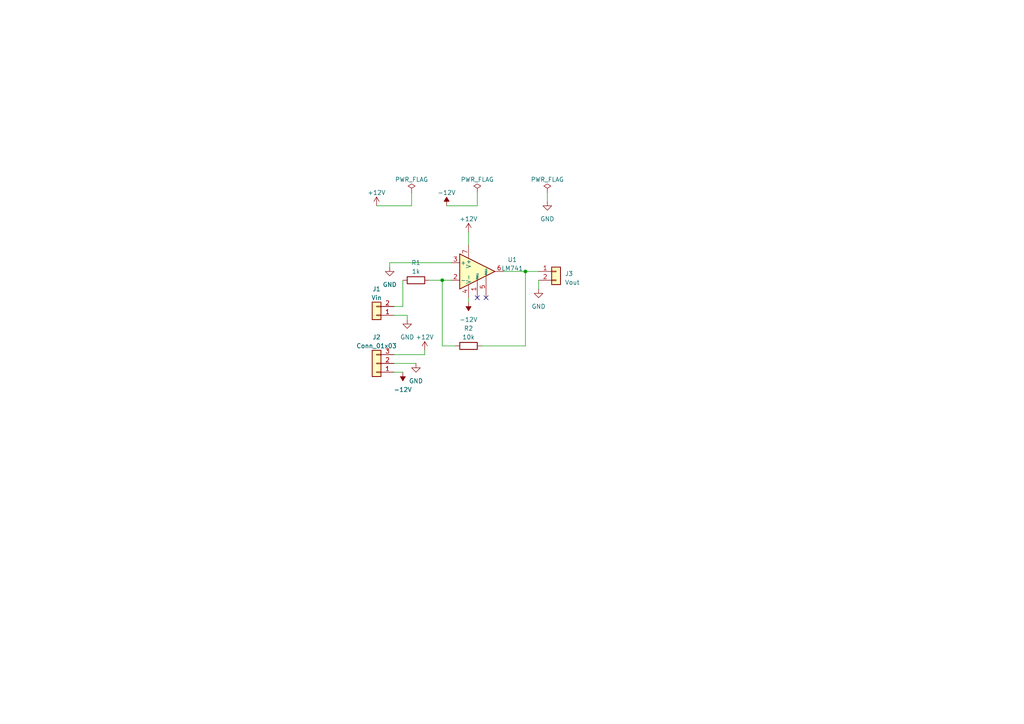
<source format=kicad_sch>
(kicad_sch (version 20230121) (generator eeschema)

  (uuid 9e987369-2f27-4786-b53d-621c4d10026d)

  (paper "A4")

  (title_block
    (title "Inverting Op-Amp, Natasha Gonsalves, 220907824")
  )

  (lib_symbols
    (symbol "Amplifier_Operational:LM741" (pin_names (offset 0.127)) (in_bom yes) (on_board yes)
      (property "Reference" "U" (at 0 6.35 0)
        (effects (font (size 1.27 1.27)) (justify left))
      )
      (property "Value" "LM741" (at 0 3.81 0)
        (effects (font (size 1.27 1.27)) (justify left))
      )
      (property "Footprint" "" (at 1.27 1.27 0)
        (effects (font (size 1.27 1.27)) hide)
      )
      (property "Datasheet" "http://www.ti.com/lit/ds/symlink/lm741.pdf" (at 3.81 3.81 0)
        (effects (font (size 1.27 1.27)) hide)
      )
      (property "ki_keywords" "single opamp" (at 0 0 0)
        (effects (font (size 1.27 1.27)) hide)
      )
      (property "ki_description" "Operational Amplifier, DIP-8/TO-99-8" (at 0 0 0)
        (effects (font (size 1.27 1.27)) hide)
      )
      (property "ki_fp_filters" "SOIC*3.9x4.9mm*P1.27mm* DIP*W7.62mm* TSSOP*3x3mm*P0.65mm*" (at 0 0 0)
        (effects (font (size 1.27 1.27)) hide)
      )
      (symbol "LM741_0_1"
        (polyline
          (pts
            (xy -5.08 5.08)
            (xy 5.08 0)
            (xy -5.08 -5.08)
            (xy -5.08 5.08)
          )
          (stroke (width 0.254) (type default))
          (fill (type background))
        )
      )
      (symbol "LM741_1_1"
        (pin input line (at 0 -7.62 90) (length 5.08)
          (name "NULL" (effects (font (size 0.508 0.508))))
          (number "1" (effects (font (size 1.27 1.27))))
        )
        (pin input line (at -7.62 -2.54 0) (length 2.54)
          (name "-" (effects (font (size 1.27 1.27))))
          (number "2" (effects (font (size 1.27 1.27))))
        )
        (pin input line (at -7.62 2.54 0) (length 2.54)
          (name "+" (effects (font (size 1.27 1.27))))
          (number "3" (effects (font (size 1.27 1.27))))
        )
        (pin power_in line (at -2.54 -7.62 90) (length 3.81)
          (name "V-" (effects (font (size 1.27 1.27))))
          (number "4" (effects (font (size 1.27 1.27))))
        )
        (pin input line (at 2.54 -7.62 90) (length 6.35)
          (name "NULL" (effects (font (size 0.508 0.508))))
          (number "5" (effects (font (size 1.27 1.27))))
        )
        (pin output line (at 7.62 0 180) (length 2.54)
          (name "~" (effects (font (size 1.27 1.27))))
          (number "6" (effects (font (size 1.27 1.27))))
        )
        (pin power_in line (at -2.54 7.62 270) (length 3.81)
          (name "V+" (effects (font (size 1.27 1.27))))
          (number "7" (effects (font (size 1.27 1.27))))
        )
        (pin no_connect line (at 0 2.54 270) (length 2.54) hide
          (name "NC" (effects (font (size 1.27 1.27))))
          (number "8" (effects (font (size 1.27 1.27))))
        )
      )
    )
    (symbol "Connector_Generic:Conn_01x02" (pin_names (offset 1.016) hide) (in_bom yes) (on_board yes)
      (property "Reference" "J" (at 0 2.54 0)
        (effects (font (size 1.27 1.27)))
      )
      (property "Value" "Conn_01x02" (at 0 -5.08 0)
        (effects (font (size 1.27 1.27)))
      )
      (property "Footprint" "" (at 0 0 0)
        (effects (font (size 1.27 1.27)) hide)
      )
      (property "Datasheet" "~" (at 0 0 0)
        (effects (font (size 1.27 1.27)) hide)
      )
      (property "ki_keywords" "connector" (at 0 0 0)
        (effects (font (size 1.27 1.27)) hide)
      )
      (property "ki_description" "Generic connector, single row, 01x02, script generated (kicad-library-utils/schlib/autogen/connector/)" (at 0 0 0)
        (effects (font (size 1.27 1.27)) hide)
      )
      (property "ki_fp_filters" "Connector*:*_1x??_*" (at 0 0 0)
        (effects (font (size 1.27 1.27)) hide)
      )
      (symbol "Conn_01x02_1_1"
        (rectangle (start -1.27 -2.413) (end 0 -2.667)
          (stroke (width 0.1524) (type default))
          (fill (type none))
        )
        (rectangle (start -1.27 0.127) (end 0 -0.127)
          (stroke (width 0.1524) (type default))
          (fill (type none))
        )
        (rectangle (start -1.27 1.27) (end 1.27 -3.81)
          (stroke (width 0.254) (type default))
          (fill (type background))
        )
        (pin passive line (at -5.08 0 0) (length 3.81)
          (name "Pin_1" (effects (font (size 1.27 1.27))))
          (number "1" (effects (font (size 1.27 1.27))))
        )
        (pin passive line (at -5.08 -2.54 0) (length 3.81)
          (name "Pin_2" (effects (font (size 1.27 1.27))))
          (number "2" (effects (font (size 1.27 1.27))))
        )
      )
    )
    (symbol "Connector_Generic:Conn_01x03" (pin_names (offset 1.016) hide) (in_bom yes) (on_board yes)
      (property "Reference" "J" (at 0 5.08 0)
        (effects (font (size 1.27 1.27)))
      )
      (property "Value" "Conn_01x03" (at 0 -5.08 0)
        (effects (font (size 1.27 1.27)))
      )
      (property "Footprint" "" (at 0 0 0)
        (effects (font (size 1.27 1.27)) hide)
      )
      (property "Datasheet" "~" (at 0 0 0)
        (effects (font (size 1.27 1.27)) hide)
      )
      (property "ki_keywords" "connector" (at 0 0 0)
        (effects (font (size 1.27 1.27)) hide)
      )
      (property "ki_description" "Generic connector, single row, 01x03, script generated (kicad-library-utils/schlib/autogen/connector/)" (at 0 0 0)
        (effects (font (size 1.27 1.27)) hide)
      )
      (property "ki_fp_filters" "Connector*:*_1x??_*" (at 0 0 0)
        (effects (font (size 1.27 1.27)) hide)
      )
      (symbol "Conn_01x03_1_1"
        (rectangle (start -1.27 -2.413) (end 0 -2.667)
          (stroke (width 0.1524) (type default))
          (fill (type none))
        )
        (rectangle (start -1.27 0.127) (end 0 -0.127)
          (stroke (width 0.1524) (type default))
          (fill (type none))
        )
        (rectangle (start -1.27 2.667) (end 0 2.413)
          (stroke (width 0.1524) (type default))
          (fill (type none))
        )
        (rectangle (start -1.27 3.81) (end 1.27 -3.81)
          (stroke (width 0.254) (type default))
          (fill (type background))
        )
        (pin passive line (at -5.08 2.54 0) (length 3.81)
          (name "Pin_1" (effects (font (size 1.27 1.27))))
          (number "1" (effects (font (size 1.27 1.27))))
        )
        (pin passive line (at -5.08 0 0) (length 3.81)
          (name "Pin_2" (effects (font (size 1.27 1.27))))
          (number "2" (effects (font (size 1.27 1.27))))
        )
        (pin passive line (at -5.08 -2.54 0) (length 3.81)
          (name "Pin_3" (effects (font (size 1.27 1.27))))
          (number "3" (effects (font (size 1.27 1.27))))
        )
      )
    )
    (symbol "Device:R" (pin_numbers hide) (pin_names (offset 0)) (in_bom yes) (on_board yes)
      (property "Reference" "R" (at 2.032 0 90)
        (effects (font (size 1.27 1.27)))
      )
      (property "Value" "R" (at 0 0 90)
        (effects (font (size 1.27 1.27)))
      )
      (property "Footprint" "" (at -1.778 0 90)
        (effects (font (size 1.27 1.27)) hide)
      )
      (property "Datasheet" "~" (at 0 0 0)
        (effects (font (size 1.27 1.27)) hide)
      )
      (property "ki_keywords" "R res resistor" (at 0 0 0)
        (effects (font (size 1.27 1.27)) hide)
      )
      (property "ki_description" "Resistor" (at 0 0 0)
        (effects (font (size 1.27 1.27)) hide)
      )
      (property "ki_fp_filters" "R_*" (at 0 0 0)
        (effects (font (size 1.27 1.27)) hide)
      )
      (symbol "R_0_1"
        (rectangle (start -1.016 -2.54) (end 1.016 2.54)
          (stroke (width 0.254) (type default))
          (fill (type none))
        )
      )
      (symbol "R_1_1"
        (pin passive line (at 0 3.81 270) (length 1.27)
          (name "~" (effects (font (size 1.27 1.27))))
          (number "1" (effects (font (size 1.27 1.27))))
        )
        (pin passive line (at 0 -3.81 90) (length 1.27)
          (name "~" (effects (font (size 1.27 1.27))))
          (number "2" (effects (font (size 1.27 1.27))))
        )
      )
    )
    (symbol "power:+12V" (power) (pin_names (offset 0)) (in_bom yes) (on_board yes)
      (property "Reference" "#PWR" (at 0 -3.81 0)
        (effects (font (size 1.27 1.27)) hide)
      )
      (property "Value" "+12V" (at 0 3.556 0)
        (effects (font (size 1.27 1.27)))
      )
      (property "Footprint" "" (at 0 0 0)
        (effects (font (size 1.27 1.27)) hide)
      )
      (property "Datasheet" "" (at 0 0 0)
        (effects (font (size 1.27 1.27)) hide)
      )
      (property "ki_keywords" "global power" (at 0 0 0)
        (effects (font (size 1.27 1.27)) hide)
      )
      (property "ki_description" "Power symbol creates a global label with name \"+12V\"" (at 0 0 0)
        (effects (font (size 1.27 1.27)) hide)
      )
      (symbol "+12V_0_1"
        (polyline
          (pts
            (xy -0.762 1.27)
            (xy 0 2.54)
          )
          (stroke (width 0) (type default))
          (fill (type none))
        )
        (polyline
          (pts
            (xy 0 0)
            (xy 0 2.54)
          )
          (stroke (width 0) (type default))
          (fill (type none))
        )
        (polyline
          (pts
            (xy 0 2.54)
            (xy 0.762 1.27)
          )
          (stroke (width 0) (type default))
          (fill (type none))
        )
      )
      (symbol "+12V_1_1"
        (pin power_in line (at 0 0 90) (length 0) hide
          (name "+12V" (effects (font (size 1.27 1.27))))
          (number "1" (effects (font (size 1.27 1.27))))
        )
      )
    )
    (symbol "power:-12V" (power) (pin_names (offset 0)) (in_bom yes) (on_board yes)
      (property "Reference" "#PWR" (at 0 2.54 0)
        (effects (font (size 1.27 1.27)) hide)
      )
      (property "Value" "-12V" (at 0 3.81 0)
        (effects (font (size 1.27 1.27)))
      )
      (property "Footprint" "" (at 0 0 0)
        (effects (font (size 1.27 1.27)) hide)
      )
      (property "Datasheet" "" (at 0 0 0)
        (effects (font (size 1.27 1.27)) hide)
      )
      (property "ki_keywords" "global power" (at 0 0 0)
        (effects (font (size 1.27 1.27)) hide)
      )
      (property "ki_description" "Power symbol creates a global label with name \"-12V\"" (at 0 0 0)
        (effects (font (size 1.27 1.27)) hide)
      )
      (symbol "-12V_0_0"
        (pin power_in line (at 0 0 90) (length 0) hide
          (name "-12V" (effects (font (size 1.27 1.27))))
          (number "1" (effects (font (size 1.27 1.27))))
        )
      )
      (symbol "-12V_0_1"
        (polyline
          (pts
            (xy 0 0)
            (xy 0 1.27)
            (xy 0.762 1.27)
            (xy 0 2.54)
            (xy -0.762 1.27)
            (xy 0 1.27)
          )
          (stroke (width 0) (type default))
          (fill (type outline))
        )
      )
    )
    (symbol "power:GND" (power) (pin_names (offset 0)) (in_bom yes) (on_board yes)
      (property "Reference" "#PWR" (at 0 -6.35 0)
        (effects (font (size 1.27 1.27)) hide)
      )
      (property "Value" "GND" (at 0 -3.81 0)
        (effects (font (size 1.27 1.27)))
      )
      (property "Footprint" "" (at 0 0 0)
        (effects (font (size 1.27 1.27)) hide)
      )
      (property "Datasheet" "" (at 0 0 0)
        (effects (font (size 1.27 1.27)) hide)
      )
      (property "ki_keywords" "global power" (at 0 0 0)
        (effects (font (size 1.27 1.27)) hide)
      )
      (property "ki_description" "Power symbol creates a global label with name \"GND\" , ground" (at 0 0 0)
        (effects (font (size 1.27 1.27)) hide)
      )
      (symbol "GND_0_1"
        (polyline
          (pts
            (xy 0 0)
            (xy 0 -1.27)
            (xy 1.27 -1.27)
            (xy 0 -2.54)
            (xy -1.27 -1.27)
            (xy 0 -1.27)
          )
          (stroke (width 0) (type default))
          (fill (type none))
        )
      )
      (symbol "GND_1_1"
        (pin power_in line (at 0 0 270) (length 0) hide
          (name "GND" (effects (font (size 1.27 1.27))))
          (number "1" (effects (font (size 1.27 1.27))))
        )
      )
    )
    (symbol "power:PWR_FLAG" (power) (pin_numbers hide) (pin_names (offset 0) hide) (in_bom yes) (on_board yes)
      (property "Reference" "#FLG" (at 0 1.905 0)
        (effects (font (size 1.27 1.27)) hide)
      )
      (property "Value" "PWR_FLAG" (at 0 3.81 0)
        (effects (font (size 1.27 1.27)))
      )
      (property "Footprint" "" (at 0 0 0)
        (effects (font (size 1.27 1.27)) hide)
      )
      (property "Datasheet" "~" (at 0 0 0)
        (effects (font (size 1.27 1.27)) hide)
      )
      (property "ki_keywords" "flag power" (at 0 0 0)
        (effects (font (size 1.27 1.27)) hide)
      )
      (property "ki_description" "Special symbol for telling ERC where power comes from" (at 0 0 0)
        (effects (font (size 1.27 1.27)) hide)
      )
      (symbol "PWR_FLAG_0_0"
        (pin power_out line (at 0 0 90) (length 0)
          (name "pwr" (effects (font (size 1.27 1.27))))
          (number "1" (effects (font (size 1.27 1.27))))
        )
      )
      (symbol "PWR_FLAG_0_1"
        (polyline
          (pts
            (xy 0 0)
            (xy 0 1.27)
            (xy -1.016 1.905)
            (xy 0 2.54)
            (xy 1.016 1.905)
            (xy 0 1.27)
          )
          (stroke (width 0) (type default))
          (fill (type none))
        )
      )
    )
  )


  (junction (at 128.27 81.28) (diameter 0) (color 0 0 0 0)
    (uuid 55dc2511-0e99-48fa-a3fe-40d62496eb72)
  )
  (junction (at 152.4 78.74) (diameter 0) (color 0 0 0 0)
    (uuid 8ec90b4d-1ee9-406d-97a9-68a73d397819)
  )

  (no_connect (at 138.43 86.36) (uuid 96aabef7-2af2-4b0a-ace6-73c0458fbb8f))
  (no_connect (at 140.97 86.36) (uuid d758f6d1-8d9c-43e4-b3c5-73d31a72a766))

  (wire (pts (xy 114.3 102.87) (xy 123.19 102.87))
    (stroke (width 0) (type default))
    (uuid 1a93fad9-713b-43e6-b0dd-604430d42fca)
  )
  (wire (pts (xy 124.46 81.28) (xy 128.27 81.28))
    (stroke (width 0) (type default))
    (uuid 2f9f94c3-b035-433b-8719-dbec54bd02a9)
  )
  (wire (pts (xy 152.4 78.74) (xy 156.21 78.74))
    (stroke (width 0) (type default))
    (uuid 3478f2ea-1de9-4d7d-899e-6467292030ee)
  )
  (wire (pts (xy 139.7 100.33) (xy 152.4 100.33))
    (stroke (width 0) (type default))
    (uuid 3b99f402-6675-4ceb-bd31-91ce6fb30034)
  )
  (wire (pts (xy 132.08 100.33) (xy 128.27 100.33))
    (stroke (width 0) (type default))
    (uuid 413ed6e3-6167-475b-91c5-e35da514a4a1)
  )
  (wire (pts (xy 128.27 81.28) (xy 130.81 81.28))
    (stroke (width 0) (type default))
    (uuid 4ee210da-2ca4-4c02-895d-598f718c5d1e)
  )
  (wire (pts (xy 113.03 76.2) (xy 113.03 77.47))
    (stroke (width 0) (type default))
    (uuid 56322527-70b5-47a3-beca-584f95eda6ef)
  )
  (wire (pts (xy 129.54 59.69) (xy 138.43 59.69))
    (stroke (width 0) (type default))
    (uuid 649d84d5-68bc-41d6-8275-6b3baf4bd722)
  )
  (wire (pts (xy 158.75 55.88) (xy 158.75 58.42))
    (stroke (width 0) (type default))
    (uuid 8078d148-1bfa-49e8-a516-1005acb4d854)
  )
  (wire (pts (xy 114.3 88.9) (xy 116.84 88.9))
    (stroke (width 0) (type default))
    (uuid 80dd0037-ed2d-4ee5-9cf6-ad6a7ca56dda)
  )
  (wire (pts (xy 152.4 78.74) (xy 152.4 100.33))
    (stroke (width 0) (type default))
    (uuid 8750a006-4289-46d2-a704-199afdf570d8)
  )
  (wire (pts (xy 119.38 55.88) (xy 119.38 59.69))
    (stroke (width 0) (type default))
    (uuid 89a49705-cd0c-4e09-8076-353cb7466edd)
  )
  (wire (pts (xy 128.27 100.33) (xy 128.27 81.28))
    (stroke (width 0) (type default))
    (uuid 9006ad63-66f7-4ed4-9582-a852e870ff91)
  )
  (wire (pts (xy 138.43 55.88) (xy 138.43 59.69))
    (stroke (width 0) (type default))
    (uuid 92a80680-c553-4b25-a286-87af14c6811d)
  )
  (wire (pts (xy 135.89 86.36) (xy 135.89 87.63))
    (stroke (width 0) (type default))
    (uuid 9ae2a2ba-5de9-4ee4-b8e8-d21029fdee19)
  )
  (wire (pts (xy 156.21 81.28) (xy 156.21 83.82))
    (stroke (width 0) (type default))
    (uuid a3e92932-f04c-4439-9398-eb5e0831ef2d)
  )
  (wire (pts (xy 118.11 91.44) (xy 118.11 92.71))
    (stroke (width 0) (type default))
    (uuid af8c5ca6-773d-4f31-9037-678e88c6a226)
  )
  (wire (pts (xy 123.19 101.6) (xy 123.19 102.87))
    (stroke (width 0) (type default))
    (uuid c5ed6d8c-1797-41dd-899e-ac9ea123b182)
  )
  (wire (pts (xy 146.05 78.74) (xy 152.4 78.74))
    (stroke (width 0) (type default))
    (uuid c6c80ead-177b-4bb0-b8ab-eafd5f6045aa)
  )
  (wire (pts (xy 114.3 107.95) (xy 116.84 107.95))
    (stroke (width 0) (type default))
    (uuid c777a148-7162-4bb3-8846-8b26ec8d942e)
  )
  (wire (pts (xy 130.81 76.2) (xy 113.03 76.2))
    (stroke (width 0) (type default))
    (uuid dce18822-4708-4ca3-854e-5c74662bfdd9)
  )
  (wire (pts (xy 116.84 81.28) (xy 116.84 88.9))
    (stroke (width 0) (type default))
    (uuid dee61150-877d-4007-ac3d-19618e4730ef)
  )
  (wire (pts (xy 114.3 105.41) (xy 120.65 105.41))
    (stroke (width 0) (type default))
    (uuid eaa2422a-056a-4117-a82d-57742da241cb)
  )
  (wire (pts (xy 109.22 59.69) (xy 119.38 59.69))
    (stroke (width 0) (type default))
    (uuid f3054702-f50d-423c-a944-92995f62b5a0)
  )
  (wire (pts (xy 135.89 67.31) (xy 135.89 71.12))
    (stroke (width 0) (type default))
    (uuid fa3d0d38-cb14-491a-a348-f2dfbad8f783)
  )
  (wire (pts (xy 114.3 91.44) (xy 118.11 91.44))
    (stroke (width 0) (type default))
    (uuid ff5a4d34-40fb-48c5-a740-59a6001f0d29)
  )

  (symbol (lib_id "power:GND") (at 156.21 83.82 0) (unit 1)
    (in_bom yes) (on_board yes) (dnp no) (fields_autoplaced)
    (uuid 00d76f01-3920-4ad7-b35c-1ab55794ec7c)
    (property "Reference" "#PWR010" (at 156.21 90.17 0)
      (effects (font (size 1.27 1.27)) hide)
    )
    (property "Value" "GND" (at 156.21 88.9 0)
      (effects (font (size 1.27 1.27)))
    )
    (property "Footprint" "" (at 156.21 83.82 0)
      (effects (font (size 1.27 1.27)) hide)
    )
    (property "Datasheet" "" (at 156.21 83.82 0)
      (effects (font (size 1.27 1.27)) hide)
    )
    (pin "1" (uuid d9285d08-f948-4c59-bdf3-5bfd359f7e7b))
    (instances
      (project "Inverting Opamp"
        (path "/9e987369-2f27-4786-b53d-621c4d10026d"
          (reference "#PWR010") (unit 1)
        )
      )
    )
  )

  (symbol (lib_id "power:GND") (at 113.03 77.47 0) (unit 1)
    (in_bom yes) (on_board yes) (dnp no) (fields_autoplaced)
    (uuid 0346b05c-82c9-4397-aa55-5667a9673cf9)
    (property "Reference" "#PWR02" (at 113.03 83.82 0)
      (effects (font (size 1.27 1.27)) hide)
    )
    (property "Value" "GND" (at 113.03 82.55 0)
      (effects (font (size 1.27 1.27)))
    )
    (property "Footprint" "" (at 113.03 77.47 0)
      (effects (font (size 1.27 1.27)) hide)
    )
    (property "Datasheet" "" (at 113.03 77.47 0)
      (effects (font (size 1.27 1.27)) hide)
    )
    (pin "1" (uuid 1c2ca966-421a-4dca-8532-349d1b95fba4))
    (instances
      (project "Inverting Opamp"
        (path "/9e987369-2f27-4786-b53d-621c4d10026d"
          (reference "#PWR02") (unit 1)
        )
      )
    )
  )

  (symbol (lib_id "power:-12V") (at 135.89 87.63 180) (unit 1)
    (in_bom yes) (on_board yes) (dnp no) (fields_autoplaced)
    (uuid 05e6a3f5-00e8-43c9-8542-b6b3f730b030)
    (property "Reference" "#PWR09" (at 135.89 90.17 0)
      (effects (font (size 1.27 1.27)) hide)
    )
    (property "Value" "-12V" (at 135.89 92.71 0)
      (effects (font (size 1.27 1.27)))
    )
    (property "Footprint" "" (at 135.89 87.63 0)
      (effects (font (size 1.27 1.27)) hide)
    )
    (property "Datasheet" "" (at 135.89 87.63 0)
      (effects (font (size 1.27 1.27)) hide)
    )
    (pin "1" (uuid 1665549d-bfe8-47e4-8a95-d16934eaa3da))
    (instances
      (project "Inverting Opamp"
        (path "/9e987369-2f27-4786-b53d-621c4d10026d"
          (reference "#PWR09") (unit 1)
        )
      )
    )
  )

  (symbol (lib_id "power:+12V") (at 109.22 59.69 0) (unit 1)
    (in_bom yes) (on_board yes) (dnp no) (fields_autoplaced)
    (uuid 0bbe4edf-0c53-4c7a-b08d-9fba8bb69370)
    (property "Reference" "#PWR01" (at 109.22 63.5 0)
      (effects (font (size 1.27 1.27)) hide)
    )
    (property "Value" "+12V" (at 109.22 55.88 0)
      (effects (font (size 1.27 1.27)))
    )
    (property "Footprint" "" (at 109.22 59.69 0)
      (effects (font (size 1.27 1.27)) hide)
    )
    (property "Datasheet" "" (at 109.22 59.69 0)
      (effects (font (size 1.27 1.27)) hide)
    )
    (pin "1" (uuid b3574489-e998-4c0c-94a4-c75c2d7d00c9))
    (instances
      (project "Inverting Opamp"
        (path "/9e987369-2f27-4786-b53d-621c4d10026d"
          (reference "#PWR01") (unit 1)
        )
      )
    )
  )

  (symbol (lib_id "Connector_Generic:Conn_01x03") (at 109.22 105.41 180) (unit 1)
    (in_bom yes) (on_board yes) (dnp no) (fields_autoplaced)
    (uuid 1bf2619f-858e-4b2e-891c-a66d6949d1f4)
    (property "Reference" "J2" (at 109.22 97.79 0)
      (effects (font (size 1.27 1.27)))
    )
    (property "Value" "Conn_01x03" (at 109.22 100.33 0)
      (effects (font (size 1.27 1.27)))
    )
    (property "Footprint" "Connector:Banana_Jack_3Pin" (at 109.22 105.41 0)
      (effects (font (size 1.27 1.27)) hide)
    )
    (property "Datasheet" "~" (at 109.22 105.41 0)
      (effects (font (size 1.27 1.27)) hide)
    )
    (pin "1" (uuid af91e7b8-7cfd-47c4-a7c4-56b95a2cde0c))
    (pin "2" (uuid 866c0452-70eb-420e-accc-c2fa45d2aea3))
    (pin "3" (uuid 0cb7ca09-a6cf-46d2-8e2b-43223fe9e4c6))
    (instances
      (project "Inverting Opamp"
        (path "/9e987369-2f27-4786-b53d-621c4d10026d"
          (reference "J2") (unit 1)
        )
      )
    )
  )

  (symbol (lib_id "power:-12V") (at 116.84 107.95 180) (unit 1)
    (in_bom yes) (on_board yes) (dnp no) (fields_autoplaced)
    (uuid 204bdcf6-97cc-4b4b-8480-2f37f3725943)
    (property "Reference" "#PWR03" (at 116.84 110.49 0)
      (effects (font (size 1.27 1.27)) hide)
    )
    (property "Value" "-12V" (at 116.84 113.03 0)
      (effects (font (size 1.27 1.27)))
    )
    (property "Footprint" "" (at 116.84 107.95 0)
      (effects (font (size 1.27 1.27)) hide)
    )
    (property "Datasheet" "" (at 116.84 107.95 0)
      (effects (font (size 1.27 1.27)) hide)
    )
    (pin "1" (uuid 696117c1-7e77-4d4a-8771-cb661580f734))
    (instances
      (project "Inverting Opamp"
        (path "/9e987369-2f27-4786-b53d-621c4d10026d"
          (reference "#PWR03") (unit 1)
        )
      )
    )
  )

  (symbol (lib_id "power:GND") (at 118.11 92.71 0) (unit 1)
    (in_bom yes) (on_board yes) (dnp no) (fields_autoplaced)
    (uuid 2954b31e-622d-49d4-9677-e6fcb61aa10a)
    (property "Reference" "#PWR04" (at 118.11 99.06 0)
      (effects (font (size 1.27 1.27)) hide)
    )
    (property "Value" "GND" (at 118.11 97.79 0)
      (effects (font (size 1.27 1.27)))
    )
    (property "Footprint" "" (at 118.11 92.71 0)
      (effects (font (size 1.27 1.27)) hide)
    )
    (property "Datasheet" "" (at 118.11 92.71 0)
      (effects (font (size 1.27 1.27)) hide)
    )
    (pin "1" (uuid 965fc40c-fff5-4574-8679-6727772378d4))
    (instances
      (project "Inverting Opamp"
        (path "/9e987369-2f27-4786-b53d-621c4d10026d"
          (reference "#PWR04") (unit 1)
        )
      )
    )
  )

  (symbol (lib_id "power:PWR_FLAG") (at 158.75 55.88 0) (unit 1)
    (in_bom yes) (on_board yes) (dnp no) (fields_autoplaced)
    (uuid 5f13ec50-5f66-4f69-a578-46a3154ce5cd)
    (property "Reference" "#FLG03" (at 158.75 53.975 0)
      (effects (font (size 1.27 1.27)) hide)
    )
    (property "Value" "PWR_FLAG" (at 158.75 52.07 0)
      (effects (font (size 1.27 1.27)))
    )
    (property "Footprint" "" (at 158.75 55.88 0)
      (effects (font (size 1.27 1.27)) hide)
    )
    (property "Datasheet" "~" (at 158.75 55.88 0)
      (effects (font (size 1.27 1.27)) hide)
    )
    (pin "1" (uuid 7661bd95-29f3-45b0-9542-4a9d39ee9049))
    (instances
      (project "Inverting Opamp"
        (path "/9e987369-2f27-4786-b53d-621c4d10026d"
          (reference "#FLG03") (unit 1)
        )
      )
    )
  )

  (symbol (lib_id "Connector_Generic:Conn_01x02") (at 161.29 78.74 0) (unit 1)
    (in_bom yes) (on_board yes) (dnp no) (fields_autoplaced)
    (uuid 752eb486-8ba6-49a2-bb08-e0626738c4f4)
    (property "Reference" "J3" (at 163.83 79.375 0)
      (effects (font (size 1.27 1.27)) (justify left))
    )
    (property "Value" "Vout" (at 163.83 81.915 0)
      (effects (font (size 1.27 1.27)) (justify left))
    )
    (property "Footprint" "Connector:Banana_Jack_2Pin" (at 161.29 78.74 0)
      (effects (font (size 1.27 1.27)) hide)
    )
    (property "Datasheet" "~" (at 161.29 78.74 0)
      (effects (font (size 1.27 1.27)) hide)
    )
    (pin "1" (uuid d229ea95-b366-4f41-a4de-325d5baa809f))
    (pin "2" (uuid 90e0827e-8633-426f-9ce3-de485f92d778))
    (instances
      (project "Inverting Opamp"
        (path "/9e987369-2f27-4786-b53d-621c4d10026d"
          (reference "J3") (unit 1)
        )
      )
    )
  )

  (symbol (lib_id "power:GND") (at 158.75 58.42 0) (unit 1)
    (in_bom yes) (on_board yes) (dnp no) (fields_autoplaced)
    (uuid 775e6183-1309-45ab-99ee-7db48ebfb152)
    (property "Reference" "#PWR011" (at 158.75 64.77 0)
      (effects (font (size 1.27 1.27)) hide)
    )
    (property "Value" "GND" (at 158.75 63.5 0)
      (effects (font (size 1.27 1.27)))
    )
    (property "Footprint" "" (at 158.75 58.42 0)
      (effects (font (size 1.27 1.27)) hide)
    )
    (property "Datasheet" "" (at 158.75 58.42 0)
      (effects (font (size 1.27 1.27)) hide)
    )
    (pin "1" (uuid 5133cfcc-808f-48bb-a951-3628ed6647bc))
    (instances
      (project "Inverting Opamp"
        (path "/9e987369-2f27-4786-b53d-621c4d10026d"
          (reference "#PWR011") (unit 1)
        )
      )
    )
  )

  (symbol (lib_id "power:+12V") (at 135.89 67.31 0) (unit 1)
    (in_bom yes) (on_board yes) (dnp no) (fields_autoplaced)
    (uuid 84b9950e-ac82-4730-8bb0-a8f1d2b6a3e2)
    (property "Reference" "#PWR08" (at 135.89 71.12 0)
      (effects (font (size 1.27 1.27)) hide)
    )
    (property "Value" "+12V" (at 135.89 63.5 0)
      (effects (font (size 1.27 1.27)))
    )
    (property "Footprint" "" (at 135.89 67.31 0)
      (effects (font (size 1.27 1.27)) hide)
    )
    (property "Datasheet" "" (at 135.89 67.31 0)
      (effects (font (size 1.27 1.27)) hide)
    )
    (pin "1" (uuid 4c6759b8-6397-42c2-bae1-1ce69fc4239d))
    (instances
      (project "Inverting Opamp"
        (path "/9e987369-2f27-4786-b53d-621c4d10026d"
          (reference "#PWR08") (unit 1)
        )
      )
    )
  )

  (symbol (lib_id "power:-12V") (at 129.54 59.69 0) (unit 1)
    (in_bom yes) (on_board yes) (dnp no) (fields_autoplaced)
    (uuid 8fde8c98-9b1f-4a2b-9a10-16775e6f2aab)
    (property "Reference" "#PWR07" (at 129.54 57.15 0)
      (effects (font (size 1.27 1.27)) hide)
    )
    (property "Value" "-12V" (at 129.54 55.88 0)
      (effects (font (size 1.27 1.27)))
    )
    (property "Footprint" "" (at 129.54 59.69 0)
      (effects (font (size 1.27 1.27)) hide)
    )
    (property "Datasheet" "" (at 129.54 59.69 0)
      (effects (font (size 1.27 1.27)) hide)
    )
    (pin "1" (uuid 1f068c7f-e771-4303-a5fb-2276e7a5ab2c))
    (instances
      (project "Inverting Opamp"
        (path "/9e987369-2f27-4786-b53d-621c4d10026d"
          (reference "#PWR07") (unit 1)
        )
      )
    )
  )

  (symbol (lib_id "Connector_Generic:Conn_01x02") (at 109.22 91.44 180) (unit 1)
    (in_bom yes) (on_board yes) (dnp no) (fields_autoplaced)
    (uuid a609c477-1c6f-4ec0-bd87-74df0ce8deb1)
    (property "Reference" "J1" (at 109.22 83.82 0)
      (effects (font (size 1.27 1.27)))
    )
    (property "Value" "Vin" (at 109.22 86.36 0)
      (effects (font (size 1.27 1.27)))
    )
    (property "Footprint" "Connector:Banana_Jack_2Pin" (at 109.22 91.44 0)
      (effects (font (size 1.27 1.27)) hide)
    )
    (property "Datasheet" "~" (at 109.22 91.44 0)
      (effects (font (size 1.27 1.27)) hide)
    )
    (pin "1" (uuid 128d921e-ca0e-40e2-bb14-59f3289a7528))
    (pin "2" (uuid 94fc8f82-f9b0-450c-87cd-721def8327ab))
    (instances
      (project "Inverting Opamp"
        (path "/9e987369-2f27-4786-b53d-621c4d10026d"
          (reference "J1") (unit 1)
        )
      )
    )
  )

  (symbol (lib_id "power:PWR_FLAG") (at 119.38 55.88 0) (unit 1)
    (in_bom yes) (on_board yes) (dnp no) (fields_autoplaced)
    (uuid aa981659-2dd4-48e0-a9d3-ac762bbf9b5a)
    (property "Reference" "#FLG01" (at 119.38 53.975 0)
      (effects (font (size 1.27 1.27)) hide)
    )
    (property "Value" "PWR_FLAG" (at 119.38 52.07 0)
      (effects (font (size 1.27 1.27)))
    )
    (property "Footprint" "" (at 119.38 55.88 0)
      (effects (font (size 1.27 1.27)) hide)
    )
    (property "Datasheet" "~" (at 119.38 55.88 0)
      (effects (font (size 1.27 1.27)) hide)
    )
    (pin "1" (uuid a2fb2f8b-06bb-4f6f-b357-bc19d3224388))
    (instances
      (project "Inverting Opamp"
        (path "/9e987369-2f27-4786-b53d-621c4d10026d"
          (reference "#FLG01") (unit 1)
        )
      )
    )
  )

  (symbol (lib_id "Device:R") (at 120.65 81.28 90) (unit 1)
    (in_bom yes) (on_board yes) (dnp no) (fields_autoplaced)
    (uuid b2ace4a7-1ca1-4491-bab8-9bd315f58dac)
    (property "Reference" "R1" (at 120.65 76.2 90)
      (effects (font (size 1.27 1.27)))
    )
    (property "Value" "1k" (at 120.65 78.74 90)
      (effects (font (size 1.27 1.27)))
    )
    (property "Footprint" "Resistor_THT:R_Axial_DIN0411_L9.9mm_D3.6mm_P5.08mm_Vertical" (at 120.65 83.058 90)
      (effects (font (size 1.27 1.27)) hide)
    )
    (property "Datasheet" "~" (at 120.65 81.28 0)
      (effects (font (size 1.27 1.27)) hide)
    )
    (pin "1" (uuid ecbfad7e-2e2c-4c55-9436-88f68bcd4157))
    (pin "2" (uuid 931efb9a-8da0-4eac-97e0-edda2d2d6508))
    (instances
      (project "Inverting Opamp"
        (path "/9e987369-2f27-4786-b53d-621c4d10026d"
          (reference "R1") (unit 1)
        )
      )
    )
  )

  (symbol (lib_id "Device:R") (at 135.89 100.33 90) (unit 1)
    (in_bom yes) (on_board yes) (dnp no) (fields_autoplaced)
    (uuid b371508f-fe9c-469c-9c02-2808778994a2)
    (property "Reference" "R2" (at 135.89 95.25 90)
      (effects (font (size 1.27 1.27)))
    )
    (property "Value" "10k" (at 135.89 97.79 90)
      (effects (font (size 1.27 1.27)))
    )
    (property "Footprint" "Resistor_THT:R_Axial_DIN0411_L9.9mm_D3.6mm_P5.08mm_Vertical" (at 135.89 102.108 90)
      (effects (font (size 1.27 1.27)) hide)
    )
    (property "Datasheet" "~" (at 135.89 100.33 0)
      (effects (font (size 1.27 1.27)) hide)
    )
    (pin "1" (uuid bfcca15b-b490-4bdf-ad4d-574f124d1308))
    (pin "2" (uuid fb4f15bb-65a5-424c-8fdd-8fb902aca869))
    (instances
      (project "Inverting Opamp"
        (path "/9e987369-2f27-4786-b53d-621c4d10026d"
          (reference "R2") (unit 1)
        )
      )
    )
  )

  (symbol (lib_id "power:+12V") (at 123.19 101.6 0) (unit 1)
    (in_bom yes) (on_board yes) (dnp no) (fields_autoplaced)
    (uuid b7debda8-bc95-49a6-9c3e-99a0f635e6ff)
    (property "Reference" "#PWR06" (at 123.19 105.41 0)
      (effects (font (size 1.27 1.27)) hide)
    )
    (property "Value" "+12V" (at 123.19 97.79 0)
      (effects (font (size 1.27 1.27)))
    )
    (property "Footprint" "" (at 123.19 101.6 0)
      (effects (font (size 1.27 1.27)) hide)
    )
    (property "Datasheet" "" (at 123.19 101.6 0)
      (effects (font (size 1.27 1.27)) hide)
    )
    (pin "1" (uuid f229a99b-f8a4-4ed0-ab2a-bb329aefcc8b))
    (instances
      (project "Inverting Opamp"
        (path "/9e987369-2f27-4786-b53d-621c4d10026d"
          (reference "#PWR06") (unit 1)
        )
      )
    )
  )

  (symbol (lib_id "power:GND") (at 120.65 105.41 0) (unit 1)
    (in_bom yes) (on_board yes) (dnp no) (fields_autoplaced)
    (uuid dc7411cf-6ce1-4e0b-a2f4-bb01aa80abc8)
    (property "Reference" "#PWR05" (at 120.65 111.76 0)
      (effects (font (size 1.27 1.27)) hide)
    )
    (property "Value" "GND" (at 120.65 110.49 0)
      (effects (font (size 1.27 1.27)))
    )
    (property "Footprint" "" (at 120.65 105.41 0)
      (effects (font (size 1.27 1.27)) hide)
    )
    (property "Datasheet" "" (at 120.65 105.41 0)
      (effects (font (size 1.27 1.27)) hide)
    )
    (pin "1" (uuid b5571cdf-3c0c-4279-bcc2-0e8b0c278f4c))
    (instances
      (project "Inverting Opamp"
        (path "/9e987369-2f27-4786-b53d-621c4d10026d"
          (reference "#PWR05") (unit 1)
        )
      )
    )
  )

  (symbol (lib_id "Amplifier_Operational:LM741") (at 138.43 78.74 0) (unit 1)
    (in_bom yes) (on_board yes) (dnp no) (fields_autoplaced)
    (uuid e39ce2c4-1778-4563-b179-19ed9524fe25)
    (property "Reference" "U1" (at 148.59 75.3111 0)
      (effects (font (size 1.27 1.27)))
    )
    (property "Value" "LM741" (at 148.59 77.8511 0)
      (effects (font (size 1.27 1.27)))
    )
    (property "Footprint" "Package_SO:SOIC-8-N7_3.9x4.9mm_P1.27mm" (at 139.7 77.47 0)
      (effects (font (size 1.27 1.27)) hide)
    )
    (property "Datasheet" "http://www.ti.com/lit/ds/symlink/lm741.pdf" (at 142.24 74.93 0)
      (effects (font (size 1.27 1.27)) hide)
    )
    (pin "1" (uuid b4cb56fd-1b5c-4f74-a0ea-c86e8cedf51c))
    (pin "2" (uuid d91493da-d71a-46b7-b024-ced9650c1394))
    (pin "3" (uuid 75382ed4-f91d-495f-858f-301f03489631))
    (pin "4" (uuid 36162fb8-6bc4-4f58-a739-9901a391e3b7))
    (pin "5" (uuid 63b5e91b-9f04-4eb9-8162-bff80084d9b5))
    (pin "6" (uuid 1fecc650-a0bf-4ac3-a379-1311b13b88b6))
    (pin "7" (uuid d9c301c3-4505-4b5a-a19e-fedcf3ffe100))
    (pin "8" (uuid b6d7b591-dc55-4142-a2d0-5a3cfea90aa3))
    (instances
      (project "Inverting Opamp"
        (path "/9e987369-2f27-4786-b53d-621c4d10026d"
          (reference "U1") (unit 1)
        )
      )
    )
  )

  (symbol (lib_id "power:PWR_FLAG") (at 138.43 55.88 0) (unit 1)
    (in_bom yes) (on_board yes) (dnp no) (fields_autoplaced)
    (uuid f95d7d74-9895-4953-ab96-8442717082b4)
    (property "Reference" "#FLG02" (at 138.43 53.975 0)
      (effects (font (size 1.27 1.27)) hide)
    )
    (property "Value" "PWR_FLAG" (at 138.43 52.07 0)
      (effects (font (size 1.27 1.27)))
    )
    (property "Footprint" "" (at 138.43 55.88 0)
      (effects (font (size 1.27 1.27)) hide)
    )
    (property "Datasheet" "~" (at 138.43 55.88 0)
      (effects (font (size 1.27 1.27)) hide)
    )
    (pin "1" (uuid ff756f15-ac8d-492e-8745-1c261871654c))
    (instances
      (project "Inverting Opamp"
        (path "/9e987369-2f27-4786-b53d-621c4d10026d"
          (reference "#FLG02") (unit 1)
        )
      )
    )
  )

  (sheet_instances
    (path "/" (page "1"))
  )
)

</source>
